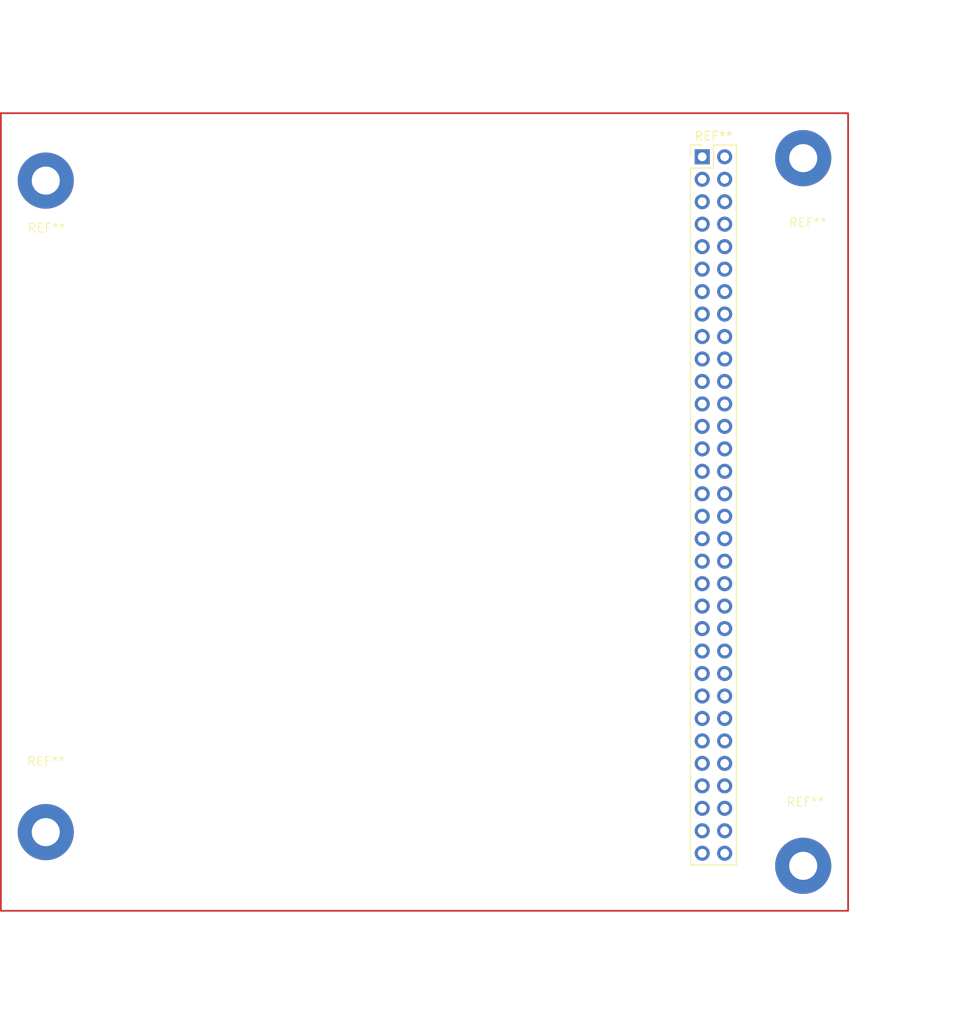
<source format=kicad_pcb>
(kicad_pcb (version 20240108) (generator "pcbnew") (generator_version "8.0")
  (layers (0 "F.Cu" signal) (31 "B.Cu" signal) (34 "B.Paste" user) (35 "F.Paste" user) (36 "B.SilkS" user "B.Silkscreen") (37 "F.SilkS" user "F.Silkscreen") (38 "B.Mask" user) (39 "F.Mask" user) (44 "Edge.Cuts" user))
  (net 0 "")
  (footprint "GlobalLib:PC104TH" (layer "F.Cu") (at 110.8456 63.754)
    (property "Reference" "REF**" (at -4.0894 0.0254 0) (layer "F.SilkS") (effects (font (thickness 0.1))))
    (property "Value" "PC104TH")
    (pad "" thru_hole circle (at -4.1656 -5.334) (size 6.35 6.35) (drill 3.175) (layers "*.Cu" "*.Mask"))
  )
  (footprint "GlobalLib:PC104TH" (layer "F.Cu") (at 189.992 59.817)
    (property "Reference" "REF**" (at 2.9464 3.3528 0) (layer "F.SilkS") (effects (font (thickness 0.1))))
    (property "Value" "PC104TH")
    (pad "" thru_hole circle (at 2.413 -3.937) (size 6.35 6.35) (drill 3.175) (layers "*.Cu" "*.Mask"))
  )
  (footprint "Connector_PinHeader_2.54mm:PinHeader_2x32_P2.54mm_Vertical" (layer "F.Cu") (at 180.975 55.7276)
    (property "Reference" "REF**" (at 1.27 -2.33 0) (layer "F.SilkS"))
    (property "Value" "PinHeader_2x32_P2.54mm_Vertical")
    (fp_line (start -1.33 -1.33) (end 0 -1.33) (stroke (width 0.12)) (layer "F.SilkS"))
    (fp_line (start -1.33 0) (end -1.33 -1.33) (stroke (width 0.12)) (layer "F.SilkS"))
    (fp_line (start -1.33 1.27) (end -1.33 80.07) (stroke (width 0.12)) (layer "F.SilkS"))
    (fp_line (start -1.33 1.27) (end 1.27 1.27) (stroke (width 0.12)) (layer "F.SilkS"))
    (fp_line (start -1.33 80.07) (end 3.87 80.07) (stroke (width 0.12)) (layer "F.SilkS"))
    (fp_line (start 1.27 -1.33) (end 3.87 -1.33) (stroke (width 0.12)) (layer "F.SilkS"))
    (fp_line (start 1.27 1.27) (end 1.27 -1.33) (stroke (width 0.12)) (layer "F.SilkS"))
    (fp_line (start 3.87 -1.33) (end 3.87 80.07) (stroke (width 0.12)) (layer "F.SilkS"))
    (pad "1" thru_hole rect (at 0 0) (size 1.7 1.7) (drill 1) (layers "*.Cu" "*.Mask"))
    (pad "2" thru_hole oval (at 2.54 0) (size 1.7 1.7) (drill 1) (layers "*.Cu" "*.Mask"))
    (pad "3" thru_hole oval (at 0 2.54) (size 1.7 1.7) (drill 1) (layers "*.Cu" "*.Mask"))
    (pad "4" thru_hole oval (at 2.54 2.54) (size 1.7 1.7) (drill 1) (layers "*.Cu" "*.Mask"))
    (pad "5" thru_hole oval (at 0 5.08) (size 1.7 1.7) (drill 1) (layers "*.Cu" "*.Mask"))
    (pad "6" thru_hole oval (at 2.54 5.08) (size 1.7 1.7) (drill 1) (layers "*.Cu" "*.Mask"))
    (pad "7" thru_hole oval (at 0 7.62) (size 1.7 1.7) (drill 1) (layers "*.Cu" "*.Mask"))
    (pad "8" thru_hole oval (at 2.54 7.62) (size 1.7 1.7) (drill 1) (layers "*.Cu" "*.Mask"))
    (pad "9" thru_hole oval (at 0 10.16) (size 1.7 1.7) (drill 1) (layers "*.Cu" "*.Mask"))
    (pad "10" thru_hole oval (at 2.54 10.16) (size 1.7 1.7) (drill 1) (layers "*.Cu" "*.Mask"))
    (pad "11" thru_hole oval (at 0 12.7) (size 1.7 1.7) (drill 1) (layers "*.Cu" "*.Mask"))
    (pad "12" thru_hole oval (at 2.54 12.7) (size 1.7 1.7) (drill 1) (layers "*.Cu" "*.Mask"))
    (pad "13" thru_hole oval (at 0 15.24) (size 1.7 1.7) (drill 1) (layers "*.Cu" "*.Mask"))
    (pad "14" thru_hole oval (at 2.54 15.24) (size 1.7 1.7) (drill 1) (layers "*.Cu" "*.Mask"))
    (pad "15" thru_hole oval (at 0 17.78) (size 1.7 1.7) (drill 1) (layers "*.Cu" "*.Mask"))
    (pad "16" thru_hole oval (at 2.54 17.78) (size 1.7 1.7) (drill 1) (layers "*.Cu" "*.Mask"))
    (pad "17" thru_hole oval (at 0 20.32) (size 1.7 1.7) (drill 1) (layers "*.Cu" "*.Mask"))
    (pad "18" thru_hole oval (at 2.54 20.32) (size 1.7 1.7) (drill 1) (layers "*.Cu" "*.Mask"))
    (pad "19" thru_hole oval (at 0 22.86) (size 1.7 1.7) (drill 1) (layers "*.Cu" "*.Mask"))
    (pad "20" thru_hole oval (at 2.54 22.86) (size 1.7 1.7) (drill 1) (layers "*.Cu" "*.Mask"))
    (pad "21" thru_hole oval (at 0 25.4) (size 1.7 1.7) (drill 1) (layers "*.Cu" "*.Mask"))
    (pad "22" thru_hole oval (at 2.54 25.4) (size 1.7 1.7) (drill 1) (layers "*.Cu" "*.Mask"))
    (pad "23" thru_hole oval (at 0 27.94) (size 1.7 1.7) (drill 1) (layers "*.Cu" "*.Mask"))
    (pad "24" thru_hole oval (at 2.54 27.94) (size 1.7 1.7) (drill 1) (layers "*.Cu" "*.Mask"))
    (pad "25" thru_hole oval (at 0 30.48) (size 1.7 1.7) (drill 1) (layers "*.Cu" "*.Mask"))
    (pad "26" thru_hole oval (at 2.54 30.48) (size 1.7 1.7) (drill 1) (layers "*.Cu" "*.Mask"))
    (pad "27" thru_hole oval (at 0 33.02) (size 1.7 1.7) (drill 1) (layers "*.Cu" "*.Mask"))
    (pad "28" thru_hole oval (at 2.54 33.02) (size 1.7 1.7) (drill 1) (layers "*.Cu" "*.Mask"))
    (pad "29" thru_hole oval (at 0 35.56) (size 1.7 1.7) (drill 1) (layers "*.Cu" "*.Mask"))
    (pad "30" thru_hole oval (at 2.54 35.56) (size 1.7 1.7) (drill 1) (layers "*.Cu" "*.Mask"))
    (pad "31" thru_hole oval (at 0 38.1) (size 1.7 1.7) (drill 1) (layers "*.Cu" "*.Mask"))
    (pad "32" thru_hole oval (at 2.54 38.1) (size 1.7 1.7) (drill 1) (layers "*.Cu" "*.Mask"))
    (pad "33" thru_hole oval (at 0 40.64) (size 1.7 1.7) (drill 1) (layers "*.Cu" "*.Mask"))
    (pad "34" thru_hole oval (at 2.54 40.64) (size 1.7 1.7) (drill 1) (layers "*.Cu" "*.Mask"))
    (pad "35" thru_hole oval (at 0 43.18) (size 1.7 1.7) (drill 1) (layers "*.Cu" "*.Mask"))
    (pad "36" thru_hole oval (at 2.54 43.18) (size 1.7 1.7) (drill 1) (layers "*.Cu" "*.Mask"))
    (pad "37" thru_hole oval (at 0 45.72) (size 1.7 1.7) (drill 1) (layers "*.Cu" "*.Mask"))
    (pad "38" thru_hole oval (at 2.54 45.72) (size 1.7 1.7) (drill 1) (layers "*.Cu" "*.Mask"))
    (pad "39" thru_hole oval (at 0 48.26) (size 1.7 1.7) (drill 1) (layers "*.Cu" "*.Mask"))
    (pad "40" thru_hole oval (at 2.54 48.26) (size 1.7 1.7) (drill 1) (layers "*.Cu" "*.Mask"))
    (pad "41" thru_hole oval (at 0 50.8) (size 1.7 1.7) (drill 1) (layers "*.Cu" "*.Mask"))
    (pad "42" thru_hole oval (at 2.54 50.8) (size 1.7 1.7) (drill 1) (layers "*.Cu" "*.Mask"))
    (pad "43" thru_hole oval (at 0 53.34) (size 1.7 1.7) (drill 1) (layers "*.Cu" "*.Mask"))
    (pad "44" thru_hole oval (at 2.54 53.34) (size 1.7 1.7) (drill 1) (layers "*.Cu" "*.Mask"))
    (pad "45" thru_hole oval (at 0 55.88) (size 1.7 1.7) (drill 1) (layers "*.Cu" "*.Mask"))
    (pad "46" thru_hole oval (at 2.54 55.88) (size 1.7 1.7) (drill 1) (layers "*.Cu" "*.Mask"))
    (pad "47" thru_hole oval (at 0 58.42) (size 1.7 1.7) (drill 1) (layers "*.Cu" "*.Mask"))
    (pad "48" thru_hole oval (at 2.54 58.42) (size 1.7 1.7) (drill 1) (layers "*.Cu" "*.Mask"))
    (pad "49" thru_hole oval (at 0 60.96) (size 1.7 1.7) (drill 1) (layers "*.Cu" "*.Mask"))
    (pad "50" thru_hole oval (at 2.54 60.96) (size 1.7 1.7) (drill 1) (layers "*.Cu" "*.Mask"))
    (pad "51" thru_hole oval (at 0 63.5) (size 1.7 1.7) (drill 1) (layers "*.Cu" "*.Mask"))
    (pad "52" thru_hole oval (at 2.54 63.5) (size 1.7 1.7) (drill 1) (layers "*.Cu" "*.Mask"))
    (pad "53" thru_hole oval (at 0 66.04) (size 1.7 1.7) (drill 1) (layers "*.Cu" "*.Mask"))
    (pad "54" thru_hole oval (at 2.54 66.04) (size 1.7 1.7) (drill 1) (layers "*.Cu" "*.Mask"))
    (pad "55" thru_hole oval (at 0 68.58) (size 1.7 1.7) (drill 1) (layers "*.Cu" "*.Mask"))
    (pad "56" thru_hole oval (at 2.54 68.58) (size 1.7 1.7) (drill 1) (layers "*.Cu" "*.Mask"))
    (pad "57" thru_hole oval (at 0 71.12) (size 1.7 1.7) (drill 1) (layers "*.Cu" "*.Mask"))
    (pad "58" thru_hole oval (at 2.54 71.12) (size 1.7 1.7) (drill 1) (layers "*.Cu" "*.Mask"))
    (pad "59" thru_hole oval (at 0 73.66) (size 1.7 1.7) (drill 1) (layers "*.Cu" "*.Mask"))
    (pad "60" thru_hole oval (at 2.54 73.66) (size 1.7 1.7) (drill 1) (layers "*.Cu" "*.Mask"))
    (pad "61" thru_hole oval (at 0 76.2) (size 1.7 1.7) (drill 1) (layers "*.Cu" "*.Mask"))
    (pad "62" thru_hole oval (at 2.54 76.2) (size 1.7 1.7) (drill 1) (layers "*.Cu" "*.Mask"))
    (pad "63" thru_hole oval (at 0 78.74) (size 1.7 1.7) (drill 1) (layers "*.Cu" "*.Mask"))
    (pad "64" thru_hole oval (at 2.54 78.74) (size 1.7 1.7) (drill 1) (layers "*.Cu" "*.Mask"))
  )
  (footprint "GlobalLib:PC104TH" (layer "F.Cu") (at 190.5 130.1496)
    (property "Reference" "REF**" (at 2.159 -1.4732 0) (layer "F.SilkS") (effects (font (thickness 0.1))))
    (property "Value" "PC104TH")
    (pad "" thru_hole circle (at 1.905 5.7404) (size 6.35 6.35) (drill 3.175) (layers "*.Cu" "*.Mask"))
  )
  (footprint "GlobalLib:PC104TH" (layer "F.Cu") (at 111.5822 131.3688)
    (property "Reference" "REF**" (at -4.8768 -7.2898 0) (layer "F.SilkS") (effects (font (thickness 0.1))))
    (property "Value" "PC104TH")
    (pad "" thru_hole circle (at -4.9022 0.7112) (size 6.35 6.35) (drill 3.175) (layers "*.Cu" "*.Mask"))
  )
  (gr_rect (start 101.6 50.8) (end 197.485 140.97) (stroke (width 0.2)) (fill none) (layer "F.Cu"))
)
</source>
